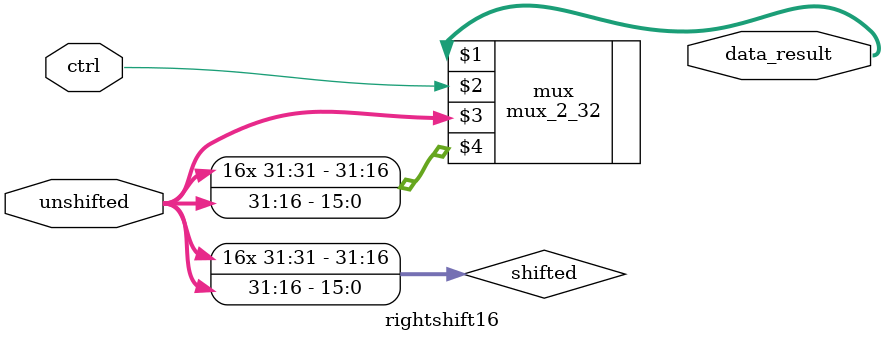
<source format=v>
module rightshift16( data_result, unshifted, ctrl);
    input [31:0] unshifted;
    input ctrl;

    output [31:0] data_result;

    wire [31:0] shifted;

    assign shifted[0] = unshifted[16];
    assign shifted[1] = unshifted[17];
    assign shifted[2] = unshifted[18];
    assign shifted[3] = unshifted[19];
    assign shifted[4] = unshifted[20];
    assign shifted[5] = unshifted[21];
    assign shifted[6] = unshifted[22];
    assign shifted[7] = unshifted[23];
    assign shifted[8] = unshifted[24];
    assign shifted[9] = unshifted[25];
    assign shifted[10] = unshifted[26];
    assign shifted[11] = unshifted[27];
    assign shifted[12] = unshifted[28];
    assign shifted[13] = unshifted[29];
    assign shifted[14] = unshifted[30];
    assign shifted[15] = unshifted[31];
    assign shifted[31] = unshifted[31];
    assign shifted[30] = unshifted[31];
    assign shifted[29] = unshifted[31];
    assign shifted[28] = unshifted[31];
    assign shifted[27] = unshifted[31];
    assign shifted[26] = unshifted[31];
    assign shifted[25] = unshifted[31];
    assign shifted[24] = unshifted[31];
    assign shifted[23] = unshifted[31];
    assign shifted[22] = unshifted[31];
    assign shifted[21] = unshifted[31];
    assign shifted[20] = unshifted[31];
    assign shifted[19] = unshifted[31];
    assign shifted[18] = unshifted[31];
    assign shifted[17] = unshifted[31];
    assign shifted[16] = unshifted[31];

    mux_2_32 mux(data_result, ctrl, unshifted, shifted);

endmodule
</source>
